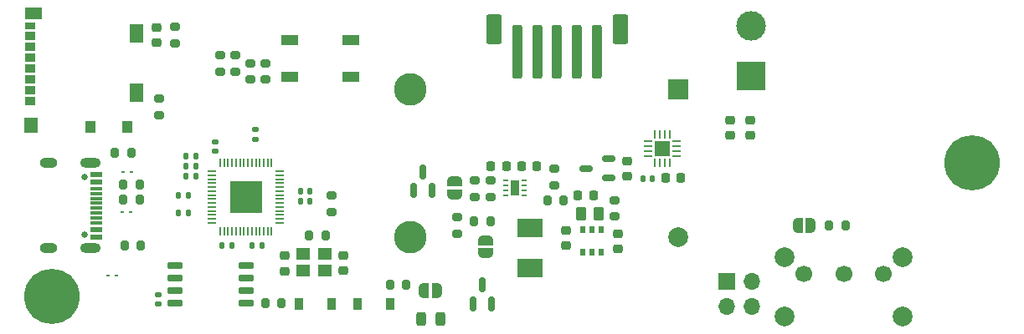
<source format=gts>
G04 #@! TF.GenerationSoftware,KiCad,Pcbnew,6.0.11-2627ca5db0~126~ubuntu22.04.1*
G04 #@! TF.CreationDate,2024-06-10T16:45:34-04:00*
G04 #@! TF.ProjectId,board,626f6172-642e-46b6-9963-61645f706362,rev?*
G04 #@! TF.SameCoordinates,Original*
G04 #@! TF.FileFunction,Soldermask,Top*
G04 #@! TF.FilePolarity,Negative*
%FSLAX46Y46*%
G04 Gerber Fmt 4.6, Leading zero omitted, Abs format (unit mm)*
G04 Created by KiCad (PCBNEW 6.0.11-2627ca5db0~126~ubuntu22.04.1) date 2024-06-10 16:45:34*
%MOMM*%
%LPD*%
G01*
G04 APERTURE LIST*
G04 Aperture macros list*
%AMRoundRect*
0 Rectangle with rounded corners*
0 $1 Rounding radius*
0 $2 $3 $4 $5 $6 $7 $8 $9 X,Y pos of 4 corners*
0 Add a 4 corners polygon primitive as box body*
4,1,4,$2,$3,$4,$5,$6,$7,$8,$9,$2,$3,0*
0 Add four circle primitives for the rounded corners*
1,1,$1+$1,$2,$3*
1,1,$1+$1,$4,$5*
1,1,$1+$1,$6,$7*
1,1,$1+$1,$8,$9*
0 Add four rect primitives between the rounded corners*
20,1,$1+$1,$2,$3,$4,$5,0*
20,1,$1+$1,$4,$5,$6,$7,0*
20,1,$1+$1,$6,$7,$8,$9,0*
20,1,$1+$1,$8,$9,$2,$3,0*%
%AMFreePoly0*
4,1,22,0.500000,-0.750000,0.000000,-0.750000,0.000000,-0.745033,-0.079941,-0.743568,-0.215256,-0.701293,-0.333266,-0.622738,-0.424486,-0.514219,-0.481581,-0.384460,-0.499164,-0.250000,-0.500000,-0.250000,-0.500000,0.250000,-0.499164,0.250000,-0.499963,0.256109,-0.478152,0.396186,-0.417904,0.524511,-0.324060,0.630769,-0.204165,0.706417,-0.067858,0.745374,0.000000,0.744959,0.000000,0.750000,
0.500000,0.750000,0.500000,-0.750000,0.500000,-0.750000,$1*%
%AMFreePoly1*
4,1,20,0.000000,0.744959,0.073905,0.744508,0.209726,0.703889,0.328688,0.626782,0.421226,0.519385,0.479903,0.390333,0.500000,0.250000,0.500000,-0.250000,0.499851,-0.262216,0.476331,-0.402017,0.414519,-0.529596,0.319384,-0.634700,0.198574,-0.708877,0.061801,-0.746166,0.000000,-0.745033,0.000000,-0.750000,-0.500000,-0.750000,-0.500000,0.750000,0.000000,0.750000,0.000000,0.744959,
0.000000,0.744959,$1*%
G04 Aperture macros list end*
%ADD10R,0.900000X1.200000*%
%ADD11RoundRect,0.225000X0.250000X-0.225000X0.250000X0.225000X-0.250000X0.225000X-0.250000X-0.225000X0*%
%ADD12RoundRect,0.200000X0.275000X-0.200000X0.275000X0.200000X-0.275000X0.200000X-0.275000X-0.200000X0*%
%ADD13RoundRect,0.140000X0.140000X0.170000X-0.140000X0.170000X-0.140000X-0.170000X0.140000X-0.170000X0*%
%ADD14RoundRect,0.200000X-0.275000X0.200000X-0.275000X-0.200000X0.275000X-0.200000X0.275000X0.200000X0*%
%ADD15RoundRect,0.150000X0.512500X0.150000X-0.512500X0.150000X-0.512500X-0.150000X0.512500X-0.150000X0*%
%ADD16FreePoly0,180.000000*%
%ADD17FreePoly1,180.000000*%
%ADD18FreePoly0,90.000000*%
%ADD19FreePoly1,90.000000*%
%ADD20RoundRect,0.200000X-0.200000X-0.275000X0.200000X-0.275000X0.200000X0.275000X-0.200000X0.275000X0*%
%ADD21RoundRect,0.225000X-0.250000X0.225000X-0.250000X-0.225000X0.250000X-0.225000X0.250000X0.225000X0*%
%ADD22R,3.000000X3.000000*%
%ADD23C,3.000000*%
%ADD24R,0.360000X0.250000*%
%ADD25R,0.510000X0.700000*%
%ADD26RoundRect,0.140000X-0.140000X-0.170000X0.140000X-0.170000X0.140000X0.170000X-0.140000X0.170000X0*%
%ADD27RoundRect,0.200000X0.200000X0.275000X-0.200000X0.275000X-0.200000X-0.275000X0.200000X-0.275000X0*%
%ADD28C,2.000000*%
%ADD29C,1.700000*%
%ADD30C,5.600000*%
%ADD31RoundRect,0.150000X0.150000X-0.587500X0.150000X0.587500X-0.150000X0.587500X-0.150000X-0.587500X0*%
%ADD32RoundRect,0.225000X-0.225000X-0.250000X0.225000X-0.250000X0.225000X0.250000X-0.225000X0.250000X0*%
%ADD33RoundRect,0.050000X0.050000X-0.387500X0.050000X0.387500X-0.050000X0.387500X-0.050000X-0.387500X0*%
%ADD34RoundRect,0.050000X0.387500X-0.050000X0.387500X0.050000X-0.387500X0.050000X-0.387500X-0.050000X0*%
%ADD35R,3.200000X3.200000*%
%ADD36R,1.100000X0.850000*%
%ADD37R,1.100000X0.750000*%
%ADD38R,1.000000X1.200000*%
%ADD39R,1.350000X1.900000*%
%ADD40R,1.800000X1.170000*%
%ADD41R,1.350000X1.550000*%
%ADD42RoundRect,0.062500X-0.375000X-0.062500X0.375000X-0.062500X0.375000X0.062500X-0.375000X0.062500X0*%
%ADD43RoundRect,0.062500X-0.062500X-0.375000X0.062500X-0.375000X0.062500X0.375000X-0.062500X0.375000X0*%
%ADD44R,1.600000X1.600000*%
%ADD45RoundRect,0.243750X0.243750X0.456250X-0.243750X0.456250X-0.243750X-0.456250X0.243750X-0.456250X0*%
%ADD46RoundRect,0.140000X0.170000X-0.140000X0.170000X0.140000X-0.170000X0.140000X-0.170000X-0.140000X0*%
%ADD47C,0.650000*%
%ADD48R,1.240000X0.600000*%
%ADD49R,1.240000X0.300000*%
%ADD50O,2.100000X1.000000*%
%ADD51O,1.800000X1.000000*%
%ADD52R,0.500000X0.250000*%
%ADD53R,0.900000X1.600000*%
%ADD54RoundRect,0.225000X0.225000X0.250000X-0.225000X0.250000X-0.225000X-0.250000X0.225000X-0.250000X0*%
%ADD55R,2.500000X1.900000*%
%ADD56RoundRect,0.150000X0.650000X0.150000X-0.650000X0.150000X-0.650000X-0.150000X0.650000X-0.150000X0*%
%ADD57R,1.800000X1.100000*%
%ADD58R,1.700000X1.700000*%
%ADD59O,1.700000X1.700000*%
%ADD60RoundRect,0.250000X-0.250000X-2.500000X0.250000X-2.500000X0.250000X2.500000X-0.250000X2.500000X0*%
%ADD61RoundRect,0.250000X-0.550000X-1.250000X0.550000X-1.250000X0.550000X1.250000X-0.550000X1.250000X0*%
%ADD62RoundRect,0.250000X-0.262500X-0.450000X0.262500X-0.450000X0.262500X0.450000X-0.262500X0.450000X0*%
%ADD63R,1.400000X1.200000*%
%ADD64C,3.300000*%
%ADD65R,2.000000X2.000000*%
G04 APERTURE END LIST*
D10*
X128750000Y-89300000D03*
X125450000Y-89300000D03*
D11*
X111100000Y-62775000D03*
X111100000Y-61225000D03*
D12*
X144807500Y-78435000D03*
X144807500Y-76785000D03*
D13*
X121695000Y-83350000D03*
X120735000Y-83350000D03*
D14*
X128795000Y-78305000D03*
X128795000Y-79955000D03*
D15*
X156767500Y-76470000D03*
X156767500Y-74570000D03*
X154492500Y-75520000D03*
D16*
X177200000Y-81300000D03*
D17*
X175900000Y-81300000D03*
D10*
X134650000Y-89300000D03*
X131350000Y-89300000D03*
D18*
X141200000Y-78150000D03*
D19*
X141200000Y-76850000D03*
D20*
X179075000Y-81300000D03*
X180725000Y-81300000D03*
D21*
X152500000Y-81795000D03*
X152500000Y-83345000D03*
D13*
X115005000Y-74270000D03*
X114045000Y-74270000D03*
X161201250Y-76610000D03*
X160241250Y-76610000D03*
D22*
X171200000Y-66140000D03*
D23*
X171200000Y-61060000D03*
D24*
X107597500Y-79975000D03*
X108437500Y-79975000D03*
D13*
X115015000Y-76320000D03*
X114055000Y-76320000D03*
D25*
X154150000Y-84060000D03*
X155100000Y-84060000D03*
X156050000Y-84060000D03*
X156050000Y-81740000D03*
X155100000Y-81740000D03*
X154150000Y-81740000D03*
D26*
X125605000Y-77880000D03*
X126565000Y-77880000D03*
D27*
X123700000Y-89230000D03*
X122050000Y-89230000D03*
D20*
X134675000Y-87300000D03*
X136325000Y-87300000D03*
D11*
X171100000Y-72175000D03*
X171100000Y-70625000D03*
D28*
X174542500Y-90517500D03*
X174542500Y-84517500D03*
X186542500Y-84517500D03*
X186542500Y-90517500D03*
D29*
X176542500Y-86267500D03*
X180542500Y-86267500D03*
X184542500Y-86267500D03*
D30*
X193500000Y-75007500D03*
D31*
X137050000Y-77737500D03*
X138950000Y-77737500D03*
X138000000Y-75862500D03*
D14*
X111300000Y-68475000D03*
X111300000Y-70125000D03*
D13*
X114255000Y-78290000D03*
X113295000Y-78290000D03*
D27*
X128130000Y-82350000D03*
X126480000Y-82350000D03*
D32*
X153685000Y-78300000D03*
X155235000Y-78300000D03*
D20*
X107700000Y-78725000D03*
X109350000Y-78725000D03*
D12*
X112900000Y-62825000D03*
X112900000Y-61175000D03*
X151300000Y-77225000D03*
X151300000Y-75575000D03*
D21*
X129965000Y-84375000D03*
X129965000Y-85925000D03*
D24*
X107645000Y-75890000D03*
X108485000Y-75890000D03*
D26*
X125595000Y-78890000D03*
X126555000Y-78890000D03*
D14*
X120575000Y-64875000D03*
X120575000Y-66525000D03*
D21*
X158670000Y-74785000D03*
X158670000Y-76335000D03*
D33*
X117505000Y-81877500D03*
X117905000Y-81877500D03*
X118305000Y-81877500D03*
X118705000Y-81877500D03*
X119105000Y-81877500D03*
X119505000Y-81877500D03*
X119905000Y-81877500D03*
X120305000Y-81877500D03*
X120705000Y-81877500D03*
X121105000Y-81877500D03*
X121505000Y-81877500D03*
X121905000Y-81877500D03*
X122305000Y-81877500D03*
X122705000Y-81877500D03*
D34*
X123542500Y-81040000D03*
X123542500Y-80640000D03*
X123542500Y-80240000D03*
X123542500Y-79840000D03*
X123542500Y-79440000D03*
X123542500Y-79040000D03*
X123542500Y-78640000D03*
X123542500Y-78240000D03*
X123542500Y-77840000D03*
X123542500Y-77440000D03*
X123542500Y-77040000D03*
X123542500Y-76640000D03*
X123542500Y-76240000D03*
X123542500Y-75840000D03*
D33*
X122705000Y-75002500D03*
X122305000Y-75002500D03*
X121905000Y-75002500D03*
X121505000Y-75002500D03*
X121105000Y-75002500D03*
X120705000Y-75002500D03*
X120305000Y-75002500D03*
X119905000Y-75002500D03*
X119505000Y-75002500D03*
X119105000Y-75002500D03*
X118705000Y-75002500D03*
X118305000Y-75002500D03*
X117905000Y-75002500D03*
X117505000Y-75002500D03*
D34*
X116667500Y-75840000D03*
X116667500Y-76240000D03*
X116667500Y-76640000D03*
X116667500Y-77040000D03*
X116667500Y-77440000D03*
X116667500Y-77840000D03*
X116667500Y-78240000D03*
X116667500Y-78640000D03*
X116667500Y-79040000D03*
X116667500Y-79440000D03*
X116667500Y-79840000D03*
X116667500Y-80240000D03*
X116667500Y-80640000D03*
X116667500Y-81040000D03*
D35*
X120105000Y-78440000D03*
D36*
X98250000Y-68705000D03*
X98250000Y-67605000D03*
X98250000Y-66505000D03*
X98250000Y-65405000D03*
X98250000Y-64305000D03*
X98250000Y-63205000D03*
X98250000Y-62105000D03*
D37*
X98250000Y-61055000D03*
D38*
X104400000Y-71340000D03*
X108100000Y-71340000D03*
D39*
X109075000Y-67840000D03*
D40*
X98600000Y-59845000D03*
D39*
X109075000Y-61870000D03*
D41*
X98375000Y-71165000D03*
D18*
X144300000Y-84150000D03*
D19*
X144300000Y-82850000D03*
D16*
X139400000Y-87900000D03*
D17*
X138100000Y-87900000D03*
D12*
X118985000Y-65735000D03*
X118985000Y-64085000D03*
D30*
X100500000Y-88507500D03*
D12*
X143222500Y-78435000D03*
X143222500Y-76785000D03*
D42*
X160783750Y-72765000D03*
X160783750Y-73265000D03*
X160783750Y-73765000D03*
X160783750Y-74265000D03*
D43*
X161471250Y-74952500D03*
X161971250Y-74952500D03*
X162471250Y-74952500D03*
X162971250Y-74952500D03*
D42*
X163658750Y-74265000D03*
X163658750Y-73765000D03*
X163658750Y-73265000D03*
X163658750Y-72765000D03*
D43*
X162971250Y-72077500D03*
X162471250Y-72077500D03*
X161971250Y-72077500D03*
X161471250Y-72077500D03*
D44*
X162221250Y-73515000D03*
D45*
X139737500Y-90800000D03*
X137862500Y-90800000D03*
D20*
X143175000Y-80900000D03*
X144825000Y-80900000D03*
D12*
X157400000Y-80425000D03*
X157400000Y-78775000D03*
D26*
X117685000Y-83360000D03*
X118645000Y-83360000D03*
D46*
X121100000Y-72580000D03*
X121100000Y-71620000D03*
D47*
X103820000Y-76430000D03*
X103820000Y-82210000D03*
D48*
X104940000Y-76120000D03*
X104940000Y-76920000D03*
D49*
X104940000Y-78070000D03*
X104940000Y-79070000D03*
X104940000Y-79570000D03*
X104940000Y-80570000D03*
D48*
X104940000Y-81720000D03*
X104940000Y-82520000D03*
X104940000Y-82520000D03*
X104940000Y-81720000D03*
D49*
X104940000Y-81070000D03*
X104940000Y-80070000D03*
X104940000Y-78570000D03*
X104940000Y-77570000D03*
D48*
X104940000Y-76920000D03*
X104940000Y-76120000D03*
D50*
X104340000Y-83640000D03*
D51*
X100140000Y-75000000D03*
D50*
X104340000Y-75000000D03*
D51*
X100140000Y-83640000D03*
D27*
X109500000Y-83330000D03*
X107850000Y-83330000D03*
D13*
X114255000Y-80090000D03*
X113295000Y-80090000D03*
D20*
X150575000Y-78770000D03*
X152225000Y-78770000D03*
D46*
X116975000Y-73770000D03*
X116975000Y-72810000D03*
X111195000Y-89280000D03*
X111195000Y-88320000D03*
D20*
X107700000Y-77200000D03*
X109350000Y-77200000D03*
D52*
X146357500Y-76760000D03*
X146357500Y-77260000D03*
X146357500Y-77760000D03*
X146357500Y-78260000D03*
X148257500Y-78260000D03*
X148257500Y-77760000D03*
X148257500Y-77260000D03*
X148257500Y-76760000D03*
D53*
X147307500Y-77510000D03*
D14*
X117475000Y-64065000D03*
X117475000Y-65715000D03*
D21*
X157700000Y-82125000D03*
X157700000Y-83675000D03*
D54*
X149522500Y-75300000D03*
X147972500Y-75300000D03*
D13*
X115005000Y-75280000D03*
X114045000Y-75280000D03*
D55*
X148800000Y-81550000D03*
X148800000Y-85650000D03*
D56*
X120165000Y-89215000D03*
X120165000Y-87945000D03*
X120165000Y-86675000D03*
X120165000Y-85405000D03*
X112965000Y-85405000D03*
X112965000Y-86675000D03*
X112965000Y-87945000D03*
X112965000Y-89215000D03*
D24*
X106167500Y-86440000D03*
X107007500Y-86440000D03*
D14*
X122075000Y-64885000D03*
X122075000Y-66535000D03*
D57*
X130700000Y-62550000D03*
X124500000Y-62550000D03*
X130700000Y-66250000D03*
X124500000Y-66250000D03*
D12*
X141500000Y-82125000D03*
X141500000Y-80475000D03*
D58*
X168700000Y-87000000D03*
D59*
X171240000Y-87000000D03*
X168700000Y-89540000D03*
X171240000Y-89540000D03*
D27*
X108500000Y-73975000D03*
X106850000Y-73975000D03*
D60*
X147575000Y-63675000D03*
X149575000Y-63675000D03*
X151575000Y-63675000D03*
X153575000Y-63675000D03*
X155575000Y-63675000D03*
D61*
X145175000Y-61425000D03*
X157975000Y-61425000D03*
D21*
X123995000Y-84405000D03*
X123995000Y-85955000D03*
D62*
X153987500Y-80110000D03*
X155812500Y-80110000D03*
D32*
X162546250Y-76510000D03*
X164096250Y-76510000D03*
D21*
X169100000Y-70625000D03*
X169100000Y-72175000D03*
D63*
X125855000Y-85920000D03*
X128055000Y-85920000D03*
X128055000Y-84220000D03*
X125855000Y-84220000D03*
D31*
X143050000Y-89237500D03*
X144950000Y-89237500D03*
X144000000Y-87362500D03*
D32*
X144867500Y-75320000D03*
X146417500Y-75320000D03*
D64*
X136690000Y-67520000D03*
X136690000Y-82510000D03*
D65*
X163855000Y-67520000D03*
D28*
X163855000Y-82510000D03*
M02*

</source>
